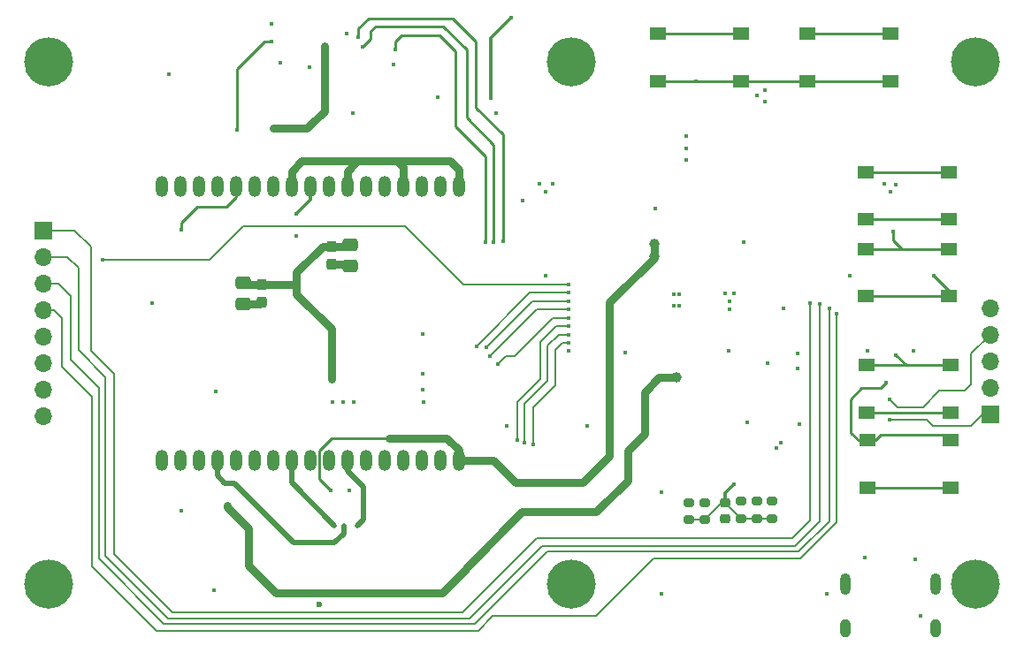
<source format=gbr>
%TF.GenerationSoftware,KiCad,Pcbnew,8.0.9*%
%TF.CreationDate,2025-03-06T21:03:41+08:00*%
%TF.ProjectId,CCD_Sensor_ZYNQ,4343445f-5365-46e7-936f-725f5a594e51,rev?*%
%TF.SameCoordinates,Original*%
%TF.FileFunction,Copper,L4,Bot*%
%TF.FilePolarity,Positive*%
%FSLAX46Y46*%
G04 Gerber Fmt 4.6, Leading zero omitted, Abs format (unit mm)*
G04 Created by KiCad (PCBNEW 8.0.9) date 2025-03-06 21:03:41*
%MOMM*%
%LPD*%
G01*
G04 APERTURE LIST*
G04 Aperture macros list*
%AMRoundRect*
0 Rectangle with rounded corners*
0 $1 Rounding radius*
0 $2 $3 $4 $5 $6 $7 $8 $9 X,Y pos of 4 corners*
0 Add a 4 corners polygon primitive as box body*
4,1,4,$2,$3,$4,$5,$6,$7,$8,$9,$2,$3,0*
0 Add four circle primitives for the rounded corners*
1,1,$1+$1,$2,$3*
1,1,$1+$1,$4,$5*
1,1,$1+$1,$6,$7*
1,1,$1+$1,$8,$9*
0 Add four rect primitives between the rounded corners*
20,1,$1+$1,$2,$3,$4,$5,0*
20,1,$1+$1,$4,$5,$6,$7,0*
20,1,$1+$1,$6,$7,$8,$9,0*
20,1,$1+$1,$8,$9,$2,$3,0*%
G04 Aperture macros list end*
%TA.AperFunction,ComponentPad*%
%ADD10C,4.700000*%
%TD*%
%TA.AperFunction,HeatsinkPad*%
%ADD11O,1.000000X2.100000*%
%TD*%
%TA.AperFunction,HeatsinkPad*%
%ADD12O,1.000000X1.800000*%
%TD*%
%TA.AperFunction,ComponentPad*%
%ADD13R,1.700000X1.700000*%
%TD*%
%TA.AperFunction,ComponentPad*%
%ADD14O,1.700000X1.700000*%
%TD*%
%TA.AperFunction,SMDPad,CuDef*%
%ADD15R,1.550000X1.300000*%
%TD*%
%TA.AperFunction,SMDPad,CuDef*%
%ADD16RoundRect,0.237500X-0.237500X0.300000X-0.237500X-0.300000X0.237500X-0.300000X0.237500X0.300000X0*%
%TD*%
%TA.AperFunction,SMDPad,CuDef*%
%ADD17RoundRect,0.200000X0.275000X-0.200000X0.275000X0.200000X-0.275000X0.200000X-0.275000X-0.200000X0*%
%TD*%
%TA.AperFunction,SMDPad,CuDef*%
%ADD18RoundRect,0.250000X-0.475000X0.337500X-0.475000X-0.337500X0.475000X-0.337500X0.475000X0.337500X0*%
%TD*%
%TA.AperFunction,SMDPad,CuDef*%
%ADD19RoundRect,0.225000X0.250000X-0.225000X0.250000X0.225000X-0.250000X0.225000X-0.250000X-0.225000X0*%
%TD*%
%TA.AperFunction,ComponentPad*%
%ADD20O,1.200000X2.000000*%
%TD*%
%TA.AperFunction,ViaPad*%
%ADD21C,1.000000*%
%TD*%
%TA.AperFunction,ViaPad*%
%ADD22C,0.450000*%
%TD*%
%TA.AperFunction,ViaPad*%
%ADD23C,0.600000*%
%TD*%
%TA.AperFunction,Conductor*%
%ADD24C,0.800000*%
%TD*%
%TA.AperFunction,Conductor*%
%ADD25C,0.254000*%
%TD*%
%TA.AperFunction,Conductor*%
%ADD26C,0.350000*%
%TD*%
%TA.AperFunction,Conductor*%
%ADD27C,0.500000*%
%TD*%
%TA.AperFunction,Conductor*%
%ADD28C,0.200000*%
%TD*%
%TA.AperFunction,Conductor*%
%ADD29C,0.156000*%
%TD*%
G04 APERTURE END LIST*
D10*
%TO.P,H6,1,1*%
%TO.N,GND*%
X266650000Y-119002146D03*
%TD*%
%TO.P,H5,1,1*%
%TO.N,GND*%
X266650000Y-69002146D03*
%TD*%
D11*
%TO.P,J4,S1,SHIELD*%
%TO.N,GND*%
X254260000Y-119030000D03*
D12*
X254260000Y-123230000D03*
D11*
X262900000Y-119030000D03*
D12*
X262900000Y-123230000D03*
%TD*%
D10*
%TO.P,H1,1,1*%
%TO.N,GND*%
X227989523Y-69002146D03*
%TD*%
%TO.P,H3,1,1*%
%TO.N,GND*%
X227989523Y-119002146D03*
%TD*%
%TO.P,H2,1,1*%
%TO.N,GND*%
X177989523Y-69002146D03*
%TD*%
D13*
%TO.P,J5,1,Pin_1*%
%TO.N,TMS*%
X268100000Y-102730000D03*
D14*
%TO.P,J5,2,Pin_2*%
%TO.N,TCK*%
X268100000Y-100190000D03*
%TO.P,J5,3,Pin_3*%
%TO.N,TDO*%
X268100000Y-97650000D03*
%TO.P,J5,4,Pin_4*%
%TO.N,TDI*%
X268100000Y-95110000D03*
%TO.P,J5,5,Pin_5*%
%TO.N,GND*%
X268100000Y-92570000D03*
%TD*%
D13*
%TO.P,J3,1,Pin_1*%
%TO.N,BLK*%
X177450000Y-85127146D03*
D14*
%TO.P,J3,2,Pin_2*%
%TO.N,CS*%
X177450000Y-87667146D03*
%TO.P,J3,3,Pin_3*%
%TO.N,DC*%
X177450000Y-90207146D03*
%TO.P,J3,4,Pin_4*%
%TO.N,RES*%
X177450000Y-92747146D03*
%TO.P,J3,5,Pin_5*%
%TO.N,SDA*%
X177450000Y-95287146D03*
%TO.P,J3,6,Pin_6*%
%TO.N,SCL*%
X177450000Y-97827146D03*
%TO.P,J3,7,Pin_7*%
%TO.N,+3V3_D*%
X177450000Y-100367146D03*
%TO.P,J3,8,Pin_8*%
%TO.N,GND*%
X177450000Y-102907146D03*
%TD*%
D10*
%TO.P,H4,1,1*%
%TO.N,GND*%
X177989523Y-119002146D03*
%TD*%
D15*
%TO.P,SW3,1,1*%
%TO.N,SW3*%
X264130000Y-86900000D03*
X256170000Y-86900000D03*
%TO.P,SW3,2,2*%
%TO.N,GND*%
X264130000Y-91400000D03*
X256170000Y-91400000D03*
%TD*%
D16*
%TO.P,C27,1*%
%TO.N,+6V*%
X205058280Y-86635268D03*
%TO.P,C27,2*%
%TO.N,GND*%
X205058280Y-88360268D03*
%TD*%
D17*
%TO.P,R10,1*%
%TO.N,+3V3_D*%
X239250000Y-112850000D03*
%TO.P,R10,2*%
%TO.N,SDIO_D1*%
X239250000Y-111200000D03*
%TD*%
%TO.P,R5,1*%
%TO.N,+3V3_D*%
X247250000Y-112750000D03*
%TO.P,R5,2*%
%TO.N,SDIO_D2*%
X247250000Y-111100000D03*
%TD*%
D15*
%TO.P,SW5,1,1*%
%TO.N,SW5*%
X264300000Y-105250000D03*
X256340000Y-105250000D03*
%TO.P,SW5,2,2*%
%TO.N,GND*%
X264300000Y-109750000D03*
X256340000Y-109750000D03*
%TD*%
D17*
%TO.P,R22,1*%
%TO.N,+3V3_D*%
X240750000Y-112850000D03*
%TO.P,R22,2*%
%TO.N,SDIO_D0*%
X240750000Y-111200000D03*
%TD*%
D18*
%TO.P,C28,1*%
%TO.N,+6V*%
X206858280Y-86472768D03*
%TO.P,C28,2*%
%TO.N,GND*%
X206858280Y-88547768D03*
%TD*%
D17*
%TO.P,R12,1*%
%TO.N,+3V3_D*%
X244250000Y-112750000D03*
%TO.P,R12,2*%
%TO.N,SDIO_CMD*%
X244250000Y-111100000D03*
%TD*%
D15*
%TO.P,SW4,1,1*%
%TO.N,SW4*%
X264280000Y-98050000D03*
X256320000Y-98050000D03*
%TO.P,SW4,2,2*%
%TO.N,GND*%
X264280000Y-102550000D03*
X256320000Y-102550000D03*
%TD*%
D17*
%TO.P,R8,1*%
%TO.N,+3V3_D*%
X245750000Y-112750000D03*
%TO.P,R8,2*%
%TO.N,SDIO_D3*%
X245750000Y-111100000D03*
%TD*%
D15*
%TO.P,SW6,1,1*%
%TO.N,SW6*%
X244230000Y-66300000D03*
X236270000Y-66300000D03*
%TO.P,SW6,2,2*%
%TO.N,GND*%
X244230000Y-70800000D03*
X236270000Y-70800000D03*
%TD*%
%TO.P,SW1,1,1*%
%TO.N,SW1*%
X258530000Y-66300000D03*
X250570000Y-66300000D03*
%TO.P,SW1,2,2*%
%TO.N,GND*%
X258530000Y-70800000D03*
X250570000Y-70800000D03*
%TD*%
D18*
%TO.P,C14,1*%
%TO.N,+6V*%
X196558280Y-90110268D03*
%TO.P,C14,2*%
%TO.N,GND*%
X196558280Y-92185268D03*
%TD*%
D19*
%TO.P,C41,1*%
%TO.N,GND*%
X242750000Y-112750000D03*
%TO.P,C41,2*%
%TO.N,+3V3_D*%
X242750000Y-111200000D03*
%TD*%
D15*
%TO.P,SW2,1,1*%
%TO.N,SW2*%
X264180000Y-79550000D03*
X256220000Y-79550000D03*
%TO.P,SW2,2,2*%
%TO.N,GND*%
X264180000Y-84050000D03*
X256220000Y-84050000D03*
%TD*%
D20*
%TO.P,ICX1,1,VL*%
%TO.N,-8V*%
X217213523Y-107127146D03*
%TO.P,ICX1,2,GND*%
%TO.N,GND*%
X215435523Y-107127146D03*
%TO.P,ICX1,3,NC*%
%TO.N,unconnected-(ICX1-NC-Pad3)*%
X213657523Y-107127146D03*
%TO.P,ICX1,4,NC*%
%TO.N,unconnected-(ICX1-NC-Pad4)*%
X211879523Y-107127146D03*
%TO.P,ICX1,5,V\u03C64*%
%TO.N,V4*%
X210101523Y-107127146D03*
%TO.P,ICX1,6,NC*%
%TO.N,unconnected-(ICX1-NC-Pad6)*%
X208323523Y-107127146D03*
%TO.P,ICX1,7,V\u03C63*%
%TO.N,V3*%
X206545523Y-107127146D03*
%TO.P,ICX1,8,NC*%
%TO.N,unconnected-(ICX1-NC-Pad8)*%
X204767523Y-107127146D03*
%TO.P,ICX1,9,GND*%
%TO.N,GND*%
X202989523Y-107127146D03*
%TO.P,ICX1,10,V\u03C62*%
%TO.N,V2*%
X201211523Y-107127146D03*
%TO.P,ICX1,11,NC*%
%TO.N,unconnected-(ICX1-NC-Pad11)*%
X199433523Y-107127146D03*
%TO.P,ICX1,12,NC*%
%TO.N,unconnected-(ICX1-NC-Pad12)*%
X197655523Y-107127146D03*
%TO.P,ICX1,13,NC*%
%TO.N,unconnected-(ICX1-NC-Pad13)*%
X195877523Y-107127146D03*
%TO.P,ICX1,14,V\u03C61*%
%TO.N,V1*%
X194099523Y-107127146D03*
%TO.P,ICX1,15,NC*%
%TO.N,unconnected-(ICX1-NC-Pad15)*%
X192321523Y-107127146D03*
%TO.P,ICX1,16,GND*%
%TO.N,GND*%
X190543523Y-107127146D03*
%TO.P,ICX1,17,VSUB*%
%TO.N,Net-(ICX1-VSUB)*%
X188765523Y-107127146D03*
%TO.P,ICX1,18,VSS*%
%TO.N,GND*%
X188765523Y-80877146D03*
%TO.P,ICX1,19,VOUT*%
%TO.N,CCD_VOUT*%
X190543523Y-80877146D03*
%TO.P,ICX1,20,\u03C6RG*%
%TO.N,Net-(ICX1-\u03C6RG)*%
X192321523Y-80877146D03*
%TO.P,ICX1,21,GND*%
%TO.N,GND*%
X194099523Y-80877146D03*
%TO.P,ICX1,22,VDD*%
%TO.N,+15V_SW*%
X195877523Y-80877146D03*
%TO.P,ICX1,23,LH\u03C6*%
%TO.N,LH*%
X197655523Y-80877146D03*
%TO.P,ICX1,24,H\u03C62D*%
%TO.N,H2*%
X199433523Y-80877146D03*
%TO.P,ICX1,25,H\u03C61D*%
%TO.N,H1*%
X201211523Y-80877146D03*
%TO.P,ICX1,26,CSUB*%
%TO.N,Net-(ICX1-CSUB)*%
X202989523Y-80877146D03*
%TO.P,ICX1,27,H\u03C62C*%
%TO.N,H2*%
X204767523Y-80877146D03*
%TO.P,ICX1,28,H\u03C61C*%
%TO.N,H1*%
X206545523Y-80877146D03*
%TO.P,ICX1,29,GND*%
%TO.N,GND*%
X208323523Y-80877146D03*
%TO.P,ICX1,30,H\u03C62B*%
%TO.N,H2*%
X210101523Y-80877146D03*
%TO.P,ICX1,31,H\u03C61B*%
%TO.N,H1*%
X211879523Y-80877146D03*
%TO.P,ICX1,32,GND*%
%TO.N,GND*%
X213657523Y-80877146D03*
%TO.P,ICX1,33,H\u03C62A*%
%TO.N,H2*%
X215435523Y-80877146D03*
%TO.P,ICX1,34,H\u03C61A*%
%TO.N,H1*%
X217213523Y-80877146D03*
%TD*%
D16*
%TO.P,C13,1*%
%TO.N,+6V*%
X198408280Y-90285268D03*
%TO.P,C13,2*%
%TO.N,GND*%
X198408280Y-92010268D03*
%TD*%
D21*
%TO.N,-8V*%
X235958280Y-87635268D03*
X235958280Y-86435268D03*
D22*
X205000000Y-110000000D03*
D21*
%TO.N,+15V*%
X238058280Y-99235268D03*
D22*
X195050000Y-111450000D03*
D23*
X200600000Y-119850000D03*
D22*
%TO.N,VCC*%
X213850000Y-101600000D03*
X213800000Y-100350000D03*
X260960000Y-116650000D03*
X256150000Y-116460000D03*
X258550000Y-81450000D03*
X246500000Y-72750000D03*
X245737501Y-72175002D03*
X238358280Y-92335268D03*
X246500000Y-71650000D03*
X249650000Y-96950000D03*
X226200000Y-80700000D03*
X213800000Y-98900000D03*
X249650000Y-98350000D03*
X224950000Y-80700000D03*
X238358280Y-91285268D03*
X237808280Y-92335268D03*
X259100000Y-80750000D03*
X237808280Y-91285268D03*
X258000000Y-80700000D03*
X225550000Y-81400000D03*
%TO.N,+6V*%
X205053792Y-99415172D03*
D23*
X196600000Y-90150000D03*
X206800000Y-86450000D03*
D22*
X205039871Y-98350250D03*
X205100000Y-97400000D03*
%TO.N,Net-(ICX1-CSUB)*%
X201650000Y-83550000D03*
%TO.N,V3*%
X207500000Y-113400000D03*
%TO.N,V2*%
X205300000Y-113400000D03*
%TO.N,+15V_SW*%
X190625000Y-85062500D03*
X195975000Y-75475000D03*
X199275000Y-67000000D03*
%TO.N,V1*%
X206200000Y-113400000D03*
%TO.N,BIAS_CTL*%
X227750000Y-90300000D03*
X183150000Y-87912500D03*
%TO.N,GND*%
X239027902Y-78396122D03*
X243058280Y-96635268D03*
X206192212Y-101561182D03*
X256350000Y-96700000D03*
X252496200Y-119950000D03*
X239025001Y-77250001D03*
X244825000Y-103487500D03*
X242708154Y-112775584D03*
X243158280Y-91885268D03*
D23*
X196500000Y-92100000D03*
D22*
X211000000Y-69200000D03*
X243542446Y-91168030D03*
X199275000Y-65350000D03*
X239950000Y-70800000D03*
X200125000Y-69100000D03*
X261425000Y-122050000D03*
X213750000Y-95037500D03*
X236671400Y-119950000D03*
X254700000Y-89500000D03*
X243132563Y-92702908D03*
X242748844Y-91202914D03*
X223350000Y-82300000D03*
X249825000Y-103650000D03*
X248358280Y-92635268D03*
X262700000Y-89500000D03*
X206781250Y-110018750D03*
X194000000Y-100575000D03*
X264150000Y-84050000D03*
X193825000Y-119600000D03*
X236671400Y-110250000D03*
X260770000Y-96700000D03*
X202975000Y-69475000D03*
X256350000Y-109650000D03*
X264724269Y-102848057D03*
X236008280Y-83035268D03*
X221800000Y-103900000D03*
X239016274Y-76105433D03*
X244508280Y-86235268D03*
X205150000Y-101550000D03*
X207163170Y-101561182D03*
X189475000Y-70175000D03*
X215175000Y-72400000D03*
X225550000Y-89500000D03*
X229550000Y-103900000D03*
X220825000Y-73925000D03*
X187900000Y-92062500D03*
X206525000Y-66300000D03*
D23*
X203850000Y-121000000D03*
D22*
X190650000Y-111950000D03*
X201650000Y-85687500D03*
X227750000Y-96700000D03*
X207050000Y-73925000D03*
X246775000Y-97887500D03*
X233175000Y-96800000D03*
D23*
X206800000Y-88550000D03*
D22*
%TO.N,XSG1*%
X227750000Y-93500000D03*
X220995595Y-97976614D03*
%TO.N,XV1*%
X227750000Y-92700000D03*
X220250000Y-97150000D03*
%TO.N,XV2*%
X227750000Y-91900000D03*
X219900000Y-96300000D03*
%TO.N,XSHT*%
X227750000Y-91100000D03*
X218900000Y-96200000D03*
%TO.N,ADC_SPI_LOAD*%
X211150000Y-67800000D03*
X219750000Y-86250000D03*
%TO.N,ADC_SPI_DATA*%
X207600000Y-66600000D03*
X221450000Y-86150000D03*
%TO.N,XSG2*%
X227750000Y-95100000D03*
X223514628Y-105506528D03*
%TO.N,XV3*%
X227750000Y-95900000D03*
X224400000Y-105600000D03*
%TO.N,XV4*%
X222800000Y-105200000D03*
X227750000Y-94300000D03*
%TO.N,ADC_SPI_CLK*%
X208000000Y-67550000D03*
X220550000Y-86250000D03*
%TO.N,SDIO_D3*%
X245750000Y-111050000D03*
%TO.N,SDIO_D0*%
X240750000Y-111150000D03*
%TO.N,SDIO_D2*%
X247250000Y-111150000D03*
%TO.N,SDIO_D1*%
X239200000Y-111150000D03*
%TO.N,SDIO_CMD*%
X244300000Y-111100000D03*
%TO.N,+3V3_A*%
X222250000Y-64750000D03*
X203037500Y-75012500D03*
X199450000Y-75350000D03*
D23*
X204350000Y-67450000D03*
D22*
X220312500Y-72450000D03*
%TO.N,+3V3_D*%
X247600000Y-106000000D03*
X248100000Y-105500000D03*
X243600000Y-109450000D03*
%TO.N,DC*%
X252700000Y-92600000D03*
%TO.N,BLK*%
X250900000Y-92100000D03*
%TO.N,CS*%
X251800000Y-92200000D03*
%TO.N,RES*%
X253400000Y-93100000D03*
%TO.N,TMS*%
X258500000Y-103300000D03*
%TO.N,TDI*%
X258500000Y-101350000D03*
%TO.N,SW1*%
X250700000Y-66200000D03*
%TO.N,SW2*%
X256150000Y-79550000D03*
%TO.N,SW3*%
X258850000Y-85200000D03*
%TO.N,SW4*%
X259050000Y-97050000D03*
%TO.N,SW5*%
X258150000Y-99750000D03*
%TO.N,SW6*%
X244300000Y-66250000D03*
%TD*%
D24*
%TO.N,-8V*%
X222700000Y-109300000D02*
X220527146Y-107127146D01*
X235958280Y-87735268D02*
X235958280Y-87635268D01*
X216100000Y-105050000D02*
X217213523Y-106163523D01*
D25*
X205050000Y-105050000D02*
X203900000Y-106200000D01*
D24*
X235958280Y-87635268D02*
X235958280Y-86435268D01*
X222700000Y-109300000D02*
X229100000Y-109300000D01*
D25*
X203900000Y-108900000D02*
X205000000Y-110000000D01*
D24*
X231650000Y-92043548D02*
X235958280Y-87735268D01*
D25*
X210600000Y-105050000D02*
X205050000Y-105050000D01*
D24*
X220527146Y-107127146D02*
X217213523Y-107127146D01*
X231650000Y-106750000D02*
X231650000Y-92043548D01*
X210600000Y-105050000D02*
X216100000Y-105050000D01*
D25*
X203900000Y-106200000D02*
X203900000Y-108900000D01*
D24*
X229100000Y-109300000D02*
X231650000Y-106750000D01*
X217213523Y-106163523D02*
X217213523Y-107127146D01*
%TO.N,+15V*%
X233400000Y-106250000D02*
X235000000Y-104650000D01*
X197100000Y-113700000D02*
X195050000Y-111650000D01*
X200600000Y-119850000D02*
X199750000Y-119850000D01*
X230400000Y-112100000D02*
X233400000Y-109100000D01*
X235000000Y-100650000D02*
X236414732Y-99235268D01*
X200600000Y-119850000D02*
X215600000Y-119850000D01*
X197100000Y-117200000D02*
X199750000Y-119850000D01*
X215600000Y-119850000D02*
X217900000Y-117550000D01*
X197100000Y-117200000D02*
X197100000Y-113700000D01*
X217900000Y-117500000D02*
X223300000Y-112100000D01*
X217900000Y-117550000D02*
X217900000Y-117500000D01*
X235000000Y-104650000D02*
X235000000Y-100650000D01*
X195050000Y-111650000D02*
X195050000Y-111450000D01*
X223300000Y-112100000D02*
X230400000Y-112100000D01*
X233400000Y-109100000D02*
X233400000Y-106250000D01*
X236414732Y-99235268D02*
X238058280Y-99235268D01*
%TO.N,+6V*%
X196733280Y-90285268D02*
X196558280Y-90110268D01*
X204214732Y-86635268D02*
X201700000Y-89150000D01*
X205041720Y-99116474D02*
X205041720Y-95989732D01*
X198408280Y-90285268D02*
X196733280Y-90285268D01*
X205053792Y-99415172D02*
X205053792Y-99128546D01*
X201700000Y-91248012D02*
X201700000Y-90550000D01*
X205058280Y-86635268D02*
X204214732Y-86635268D01*
X201700000Y-90550000D02*
X201435268Y-90285268D01*
X205041720Y-94589732D02*
X201700000Y-91248012D01*
X205041720Y-95989732D02*
X205041720Y-94589732D01*
X201435268Y-90285268D02*
X198408280Y-90285268D01*
X205053792Y-99128546D02*
X205041720Y-99116474D01*
X201700000Y-89150000D02*
X201700000Y-90550000D01*
X206695780Y-86635268D02*
X206858280Y-86472768D01*
X205058280Y-86635268D02*
X206695780Y-86635268D01*
D26*
%TO.N,Net-(ICX1-CSUB)*%
X202989523Y-82210477D02*
X201650000Y-83550000D01*
X202989523Y-80877146D02*
X202989523Y-82210477D01*
D27*
%TO.N,V3*%
X207500000Y-113400000D02*
X208100000Y-112800000D01*
X208100000Y-109700000D02*
X206545523Y-108145523D01*
X208100000Y-112800000D02*
X208100000Y-109700000D01*
X206545523Y-108145523D02*
X206545523Y-107127146D01*
D24*
%TO.N,H1*%
X207500000Y-78500000D02*
X208800000Y-78500000D01*
X210800000Y-78500000D02*
X211300000Y-78500000D01*
X206545523Y-80877146D02*
X206545523Y-79454477D01*
X216400000Y-78500000D02*
X217213523Y-79313523D01*
X208800000Y-78500000D02*
X210800000Y-78500000D01*
X211300000Y-78500000D02*
X211879523Y-79079523D01*
X217213523Y-79313523D02*
X217213523Y-80877146D01*
X210800000Y-78500000D02*
X216400000Y-78500000D01*
X208800000Y-78500000D02*
X202200000Y-78500000D01*
X201211523Y-79488477D02*
X201211523Y-80877146D01*
X211879523Y-79079523D02*
X211879523Y-80877146D01*
X206545523Y-79454477D02*
X207500000Y-78500000D01*
X202200000Y-78500000D02*
X201211523Y-79488477D01*
D27*
%TO.N,V2*%
X205300000Y-113400000D02*
X201211523Y-109311523D01*
X201211523Y-109311523D02*
X201211523Y-107127146D01*
D25*
%TO.N,+15V_SW*%
X190625000Y-84425000D02*
X192200000Y-82850000D01*
X192200000Y-82850000D02*
X194950000Y-82850000D01*
X195877523Y-81922477D02*
X195877523Y-80877146D01*
X190625000Y-85062500D02*
X190625000Y-84425000D01*
X195975000Y-69625000D02*
X198600000Y-67000000D01*
X194950000Y-82850000D02*
X195877523Y-81922477D01*
X195975000Y-75475000D02*
X195975000Y-69625000D01*
X198600000Y-67000000D02*
X199275000Y-67000000D01*
D27*
%TO.N,V1*%
X205350000Y-115000000D02*
X201400000Y-115000000D01*
X194825000Y-109325000D02*
X194099523Y-108599523D01*
X206200000Y-113400000D02*
X206200000Y-114150000D01*
X194099523Y-108599523D02*
X194099523Y-107127146D01*
X201400000Y-115000000D02*
X195725000Y-109325000D01*
X195725000Y-109325000D02*
X194825000Y-109325000D01*
X206200000Y-114150000D02*
X205350000Y-115000000D01*
D28*
%TO.N,BIAS_CTL*%
X227750000Y-90300000D02*
X217650000Y-90300000D01*
X196575000Y-84725000D02*
X193387500Y-87912500D01*
X212075000Y-84725000D02*
X196575000Y-84725000D01*
X193387500Y-87912500D02*
X183150000Y-87912500D01*
X217650000Y-90300000D02*
X212075000Y-84725000D01*
D24*
%TO.N,GND*%
X205058280Y-88360268D02*
X206670780Y-88360268D01*
X198233280Y-92185268D02*
X198408280Y-92010268D01*
D25*
X256340000Y-109750000D02*
X264300000Y-109750000D01*
X256220000Y-84050000D02*
X264180000Y-84050000D01*
X256320000Y-102550000D02*
X264280000Y-102550000D01*
X250570000Y-70800000D02*
X244230000Y-70800000D01*
X256170000Y-91400000D02*
X264130000Y-91400000D01*
D24*
X206670780Y-88360268D02*
X206858280Y-88547768D01*
X196558280Y-92185268D02*
X198233280Y-92185268D01*
D25*
X236270000Y-70800000D02*
X239950000Y-70800000D01*
X239950000Y-70800000D02*
X244230000Y-70800000D01*
X264130000Y-90930000D02*
X262700000Y-89500000D01*
X250570000Y-70800000D02*
X258530000Y-70800000D01*
X264130000Y-91400000D02*
X264130000Y-90930000D01*
D28*
%TO.N,XSG1*%
X221750000Y-97150000D02*
X222600000Y-97150000D01*
X222600000Y-97150000D02*
X226250000Y-93500000D01*
X226250000Y-93500000D02*
X227750000Y-93500000D01*
X220995595Y-97904405D02*
X221750000Y-97150000D01*
X220995595Y-97976614D02*
X220995595Y-97904405D01*
D29*
%TO.N,XV1*%
X224700000Y-92700000D02*
X227750000Y-92700000D01*
X220250000Y-97150000D02*
X224700000Y-92700000D01*
%TO.N,XV2*%
X227750000Y-91900000D02*
X224300000Y-91900000D01*
X224300000Y-91900000D02*
X219900000Y-96300000D01*
%TO.N,XSHT*%
X224000000Y-91100000D02*
X227750000Y-91100000D01*
X218900000Y-96200000D02*
X224000000Y-91100000D01*
D25*
%TO.N,ADC_SPI_LOAD*%
X211150000Y-67050000D02*
X211750000Y-66450000D01*
X219750000Y-86250000D02*
X219750000Y-78050000D01*
X216900000Y-75200000D02*
X216900000Y-68000000D01*
X215350000Y-66450000D02*
X211750000Y-66450000D01*
X211150000Y-67050000D02*
X211150000Y-67800000D01*
X216900000Y-75200000D02*
X219750000Y-78050000D01*
X216900000Y-68000000D02*
X215350000Y-66450000D01*
%TO.N,ADC_SPI_DATA*%
X221450000Y-86150000D02*
X221450000Y-75950000D01*
X207600000Y-65800000D02*
X208600000Y-64800000D01*
X218850000Y-73350000D02*
X221450000Y-75950000D01*
X216650000Y-64800000D02*
X208600000Y-64800000D01*
X218850000Y-67000000D02*
X216650000Y-64800000D01*
X207600000Y-65800000D02*
X207600000Y-66600000D01*
X218850000Y-73350000D02*
X218850000Y-67000000D01*
D28*
%TO.N,XSG2*%
X225750000Y-99550000D02*
X225750000Y-96150000D01*
X226800000Y-95100000D02*
X227750000Y-95100000D01*
X225750000Y-96150000D02*
X226800000Y-95100000D01*
X223514628Y-105506528D02*
X223514628Y-101785372D01*
X223514628Y-101785372D02*
X225750000Y-99550000D01*
D29*
%TO.N,XV3*%
X226500000Y-96550000D02*
X227150000Y-95900000D01*
X227150000Y-95900000D02*
X227750000Y-95900000D01*
X224400000Y-105600000D02*
X224400000Y-102050000D01*
X224400000Y-102050000D02*
X226500000Y-99950000D01*
X226500000Y-99950000D02*
X226500000Y-96550000D01*
%TO.N,XV4*%
X225050000Y-99350000D02*
X225050000Y-95850000D01*
X225050000Y-95850000D02*
X226600000Y-94300000D01*
X226600000Y-94300000D02*
X227750000Y-94300000D01*
X222800000Y-101600000D02*
X225050000Y-99350000D01*
X222800000Y-105200000D02*
X222800000Y-101600000D01*
D25*
%TO.N,ADC_SPI_CLK*%
X209250000Y-65550000D02*
X215750000Y-65550000D01*
X209250000Y-65550000D02*
X208750000Y-66050000D01*
X208750000Y-66050000D02*
X208750000Y-66800000D01*
X218000000Y-74350000D02*
X220550000Y-76900000D01*
X218000000Y-74350000D02*
X218000000Y-67800000D01*
X215750000Y-65550000D02*
X218000000Y-67800000D01*
X220550000Y-86250000D02*
X220550000Y-76900000D01*
X208750000Y-66800000D02*
X208000000Y-67550000D01*
D24*
%TO.N,+3V3_A*%
X204350000Y-73700000D02*
X203037500Y-75012500D01*
X202700000Y-75350000D02*
X199450000Y-75350000D01*
X204350000Y-67450000D02*
X204350000Y-73700000D01*
D26*
X220312500Y-66687500D02*
X222250000Y-64750000D01*
D24*
X203037500Y-75012500D02*
X202700000Y-75350000D01*
D26*
X220312500Y-72450000D02*
X220312500Y-66687500D01*
%TO.N,+3V3_D*%
X242750000Y-110300000D02*
X243600000Y-109450000D01*
X242750000Y-111200000D02*
X242750000Y-110300000D01*
D29*
X244250000Y-112750000D02*
X247250000Y-112750000D01*
X242750000Y-111200000D02*
X242750000Y-111250000D01*
X242750000Y-111250000D02*
X244250000Y-112750000D01*
X240750000Y-112850000D02*
X242400000Y-111200000D01*
X242400000Y-111200000D02*
X242750000Y-111200000D01*
X239250000Y-112850000D02*
X240750000Y-112850000D01*
%TO.N,DC*%
X182800000Y-100200000D02*
X180100000Y-97500000D01*
X252700000Y-92600000D02*
X252700000Y-113000000D01*
X249800000Y-115900000D02*
X225700000Y-115900000D01*
X225700000Y-115900000D02*
X218800000Y-122800000D01*
X180100000Y-97500000D02*
X180100000Y-91400000D01*
X218800000Y-122800000D02*
X189000000Y-122800000D01*
X182800000Y-116600000D02*
X182800000Y-100200000D01*
X252700000Y-113000000D02*
X249800000Y-115900000D01*
X189000000Y-122800000D02*
X182800000Y-116600000D01*
X178907146Y-90207146D02*
X177450000Y-90207146D01*
X180100000Y-91400000D02*
X178907146Y-90207146D01*
%TO.N,BLK*%
X184200000Y-98900000D02*
X182000000Y-96700000D01*
X189800000Y-121700000D02*
X184200000Y-116100000D01*
X224700000Y-114600000D02*
X249200000Y-114600000D01*
X182000000Y-96700000D02*
X182000000Y-86700000D01*
X217600000Y-121700000D02*
X189800000Y-121700000D01*
X180427146Y-85127146D02*
X177450000Y-85127146D01*
X224700000Y-114600000D02*
X217600000Y-121700000D01*
X182000000Y-86700000D02*
X180427146Y-85127146D01*
X250900000Y-92100000D02*
X250900000Y-112900000D01*
X184200000Y-116100000D02*
X184200000Y-98900000D01*
X250900000Y-112900000D02*
X249200000Y-114600000D01*
%TO.N,CS*%
X180800000Y-88700000D02*
X179767146Y-87667146D01*
X218300000Y-122300000D02*
X189400000Y-122300000D01*
X249400000Y-115400000D02*
X225200000Y-115400000D01*
X179767146Y-87667146D02*
X177450000Y-87667146D01*
X183400000Y-116300000D02*
X183400000Y-99200000D01*
X180800000Y-96600000D02*
X180800000Y-88700000D01*
X189400000Y-122300000D02*
X183400000Y-116300000D01*
X251800000Y-113000000D02*
X249400000Y-115400000D01*
X183400000Y-99200000D02*
X180800000Y-96600000D01*
X225200000Y-115400000D02*
X218300000Y-122300000D01*
X251800000Y-92200000D02*
X251800000Y-113000000D01*
%TO.N,RES*%
X178447146Y-92747146D02*
X177450000Y-92747146D01*
X253400000Y-93100000D02*
X253400000Y-113100000D01*
X249900000Y-116600000D02*
X235900000Y-116600000D01*
X179200000Y-98200000D02*
X179200000Y-93500000D01*
X253400000Y-113100000D02*
X249900000Y-116600000D01*
X182100000Y-101100000D02*
X179200000Y-98200000D01*
X182100000Y-117300000D02*
X182100000Y-101100000D01*
X220500000Y-122100000D02*
X219100000Y-123500000D01*
X188300000Y-123500000D02*
X182100000Y-117300000D01*
X235900000Y-116600000D02*
X230400000Y-122100000D01*
X219100000Y-123500000D02*
X188300000Y-123500000D01*
X179200000Y-93500000D02*
X178447146Y-92747146D01*
X230400000Y-122100000D02*
X220500000Y-122100000D01*
D28*
%TO.N,TMS*%
X262050000Y-103300000D02*
X262600000Y-103850000D01*
X258500000Y-103300000D02*
X262050000Y-103300000D01*
X262600000Y-103850000D02*
X266250000Y-103850000D01*
X267370000Y-102730000D02*
X268100000Y-102730000D01*
X266250000Y-103850000D02*
X267370000Y-102730000D01*
%TO.N,TDI*%
X266300000Y-96910000D02*
X268100000Y-95110000D01*
X258500000Y-101350000D02*
X259200000Y-102050000D01*
X263250000Y-100500000D02*
X265700000Y-100500000D01*
X261700000Y-102050000D02*
X263250000Y-100500000D01*
X259200000Y-102050000D02*
X261700000Y-102050000D01*
X266300000Y-99900000D02*
X266300000Y-96910000D01*
X265700000Y-100500000D02*
X266300000Y-99900000D01*
D25*
%TO.N,SW1*%
X250570000Y-66300000D02*
X258530000Y-66300000D01*
%TO.N,SW2*%
X256220000Y-79550000D02*
X264180000Y-79550000D01*
%TO.N,SW3*%
X258850000Y-86100000D02*
X258850000Y-85200000D01*
X259650000Y-86900000D02*
X258850000Y-86100000D01*
X259650000Y-86900000D02*
X264130000Y-86900000D01*
X256170000Y-86900000D02*
X259650000Y-86900000D01*
%TO.N,SW4*%
X256320000Y-98050000D02*
X262000000Y-98050000D01*
X260050000Y-98050000D02*
X259050000Y-97050000D01*
X262000000Y-98050000D02*
X264280000Y-98050000D01*
X262000000Y-98050000D02*
X260050000Y-98050000D01*
%TO.N,SW5*%
X255800000Y-100250000D02*
X254750000Y-101300000D01*
X263800000Y-104750000D02*
X264300000Y-105250000D01*
X257650000Y-100250000D02*
X255800000Y-100250000D01*
X257150000Y-105250000D02*
X257650000Y-104750000D01*
X257650000Y-104750000D02*
X263800000Y-104750000D01*
X256340000Y-105250000D02*
X257150000Y-105250000D01*
X254750000Y-104500000D02*
X255500000Y-105250000D01*
X258150000Y-99750000D02*
X257650000Y-100250000D01*
X254750000Y-101300000D02*
X254750000Y-104500000D01*
X255500000Y-105250000D02*
X256340000Y-105250000D01*
%TO.N,SW6*%
X236270000Y-66300000D02*
X244230000Y-66300000D01*
%TD*%
M02*

</source>
